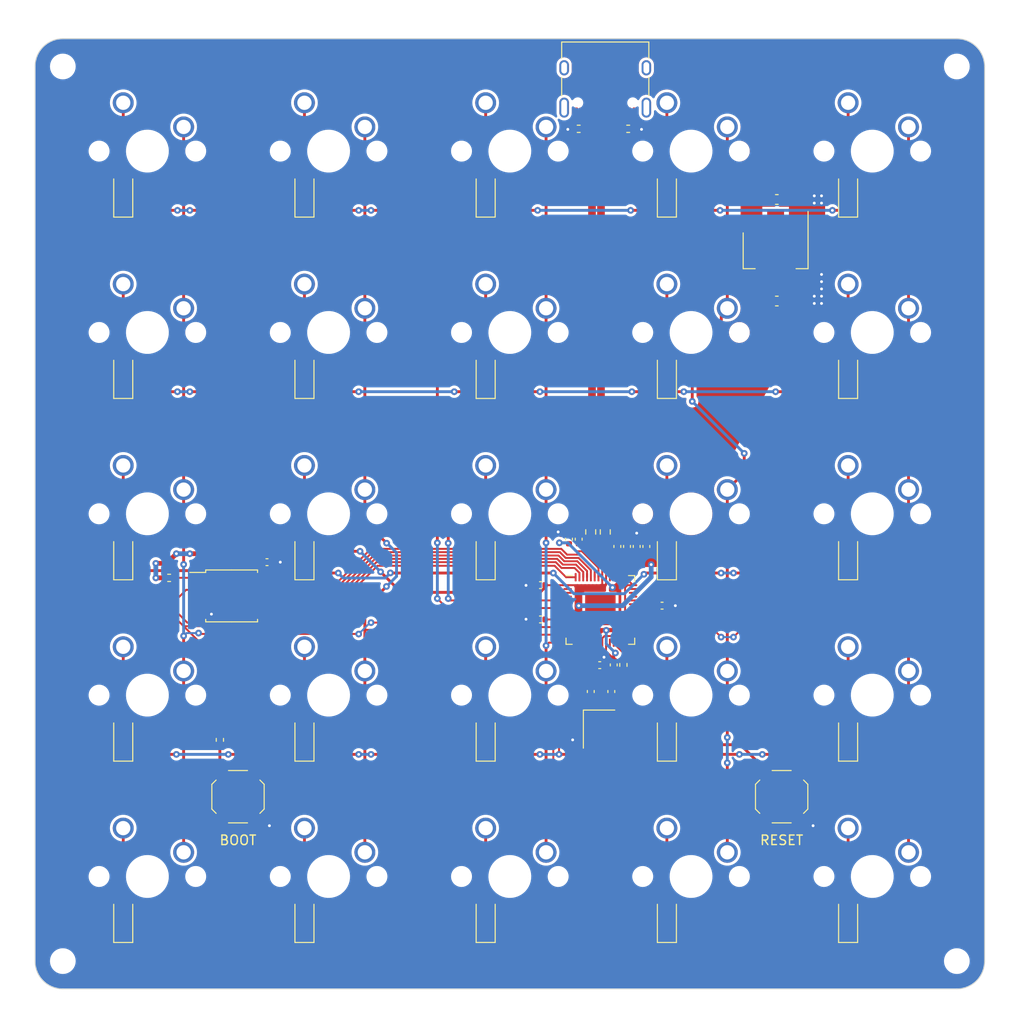
<source format=kicad_pcb>
(kicad_pcb (version 20221018) (generator pcbnew)
  (layers (0 "F.Cu" signal) (31 "B.Cu" power) (34 "B.Paste" user) (35 "F.Paste" user) (36 "B.SilkS" user "B.Silkscreen") (37 "F.SilkS" user "F.Silkscreen") (38 "B.Mask" user) (39 "F.Mask" user) (44 "Edge.Cuts" user))
  (net 0 "")
  (net 1 "+3V3")
  (net 2 "GND")
  (net 3 "+1V1")
  (net 4 "VBUS")
  (net 5 "/XIN")
  (net 6 "/XOUT")
  (net 7 "/ROW_0")
  (net 8 "Net-(D1-A)")
  (net 9 "Net-(D2-A)")
  (net 10 "Net-(D3-A)")
  (net 11 "Net-(D4-A)")
  (net 12 "Net-(D5-A)")
  (net 13 "/ROW_1")
  (net 14 "Net-(D6-A)")
  (net 15 "Net-(D7-A)")
  (net 16 "Net-(D8-A)")
  (net 17 "Net-(D9-A)")
  (net 18 "Net-(D10-A)")
  (net 19 "/ROW_2")
  (net 20 "Net-(D11-A)")
  (net 21 "Net-(D12-A)")
  (net 22 "Net-(D13-A)")
  (net 23 "Net-(D14-A)")
  (net 24 "Net-(D15-A)")
  (net 25 "/ROW_3")
  (net 26 "Net-(D16-A)")
  (net 27 "Net-(D17-A)")
  (net 28 "Net-(D18-A)")
  (net 29 "Net-(D19-A)")
  (net 30 "Net-(D20-A)")
  (net 31 "/ROW_4")
  (net 32 "Net-(D21-A)")
  (net 33 "Net-(D22-A)")
  (net 34 "Net-(D23-A)")
  (net 35 "Net-(D24-A)")
  (net 36 "Net-(D25-A)")
  (net 37 "Net-(J1-CC1)")
  (net 38 "/USB_D+")
  (net 39 "/USB_D-")
  (net 41 "Net-(J1-CC2)")
  (net 44 "Net-(U1-USB_DP)")
  (net 45 "Net-(U1-USB_DM)")
  (net 46 "Net-(SW26-B)")
  (net 47 "/~{USB_BOOT}")
  (net 48 "/COL_0")
  (net 49 "/COL_1")
  (net 50 "/COL_2")
  (net 51 "/COL_3")
  (net 52 "/COL_4")
  (net 75 "/QSPI_SD3")
  (net 76 "/QSPI_SCLK")
  (net 77 "/QSPI_SD0")
  (net 78 "/QSPI_SD2")
  (net 79 "/QSPI_SD1")
  (net 80 "/QSPI_SS")
  (footprint "Diode_SMD:D_SOD-123" (layer "F.Cu") (at 177.165 100.075 90)
    (fp_text reference "D11" hide)
    (fp_text value "D")
  )
  (footprint "Resistor_SMD:R_0402_1005Metric" (layer "F.Cu") (at 111.125 119.253 90)
    (fp_text reference "R7" hide)
    (fp_text value "1k")
  )
  (footprint "Capacitor_SMD:C_0402_1005Metric" (layer "F.Cu") (at 148.844 98.171 90)
    (fp_text reference "C1" hide)
    (fp_text value "100n")
  )
  (footprint "Diode_SMD:D_SOD-123" (layer "F.Cu") (at 120.015 138.176 90)
    (fp_text reference "D24" hide)
    (fp_text value "D")
  )
  (footprint "Capacitor_SMD:C_0402_1005Metric" (layer "F.Cu") (at 151.0564 111.4044)
    (fp_text reference "C7" hide)
    (fp_text value "100n")
  )
  (footprint "Diode_SMD:D_SOD-123" (layer "F.Cu") (at 177.165 61.976 90)
    (fp_text reference "D1" hide)
    (fp_text value "D")
  )
  (footprint "Diode_SMD:D_SOD-123" (layer "F.Cu") (at 158.115 61.975 90)
    (fp_text reference "D2" hide)
    (fp_text value "D")
  )
  (footprint "Capacitor_SMD:C_0402_1005Metric" (layer "F.Cu") (at 152.527 111.379 90)
    (fp_text reference "C8" hide)
    (fp_text value "100n")
  )
  (footprint "Package_SO:SOIC-8_5.23x5.23mm_P1.27mm" (layer "F.Cu") (at 112.359 104.129)
    (fp_text reference "U3" hide)
    (fp_text value "W25Q128JVS")
  )
  (footprint "Diode_SMD:D_SOD-123" (layer "F.Cu") (at 158.115 119.126 90)
    (fp_text reference "D17" hide)
    (fp_text value "D")
  )
  (footprint "Resistor_SMD:R_0402_1005Metric" (layer "F.Cu") (at 153.543 111.379 -90)
    (fp_text reference "R3" hide)
    (fp_text value "10k")
  )
  (footprint "Connector_USB:USB_C_Receptacle_XKB_U262-16XN-4BVC11" (layer "F.Cu") (at 151.636 49.727 180)
    (fp_text reference "J1" hide)
    (fp_text value "USB_C_Receptacle_USB2.0")
  )
  (footprint "Capacitor_SMD:C_0402_1005Metric" (layer "F.Cu") (at 150.114 114.173 90)
    (fp_text reference "C14" hide)
    (fp_text value "30p")
  )
  (footprint "Diode_SMD:D_SOD-123" (layer "F.Cu") (at 177.165 81.026 90)
    (fp_text reference "D6" hide)
    (fp_text value "D")
  )
  (footprint "Diode_SMD:D_SOD-123" (layer "F.Cu") (at 177.165 138.176 90)
    (fp_text reference "D21" hide)
    (fp_text value "D")
  )
  (footprint "MountingHole:MountingHole_2.2mm_M2" (layer "F.Cu") (at 188.595 142.494)
    (fp_text reference "H4" hide)
    (fp_text value "MountingHole")
  )
  (footprint "MountingHole:MountingHole_2.2mm_M2" (layer "F.Cu") (at 94.615 48.514)
    (fp_text reference "H1" hide)
    (fp_text value "MountingHole")
  )
  (footprint "Diode_SMD:D_SOD-123" (layer "F.Cu") (at 139.065 81.027 90)
    (fp_text reference "D8" hide)
    (fp_text value "D")
  )
  (footprint "Capacitor_SMD:C_0402_1005Metric" (layer "F.Cu") (at 155.956 98.933 90)
    (fp_text reference "C2" hide)
    (fp_text value "100n")
  )
  (footprint "Diode_SMD:D_SOD-123" (layer "F.Cu") (at 139.065 100.076 90)
    (fp_text reference "D13" hide)
    (fp_text value "D")
  )
  (footprint "Diode_SMD:D_SOD-123" (layer "F.Cu") (at 120.015 81.026 90)
    (fp_text reference "D9" hide)
    (fp_text value "D")
  )
  (footprint "Capacitor_SMD:C_0402_1005Metric" (layer "F.Cu") (at 152.273 114.173 90)
    (fp_text reference "C15" hide)
    (fp_text value "30p")
  )
  (footprint "Diode_SMD:D_SOD-123" (layer "F.Cu") (at 100.965 81.026 90)
    (fp_text reference "D10" hide)
    (fp_text value "D")
  )
  (footprint "MountingHole:MountingHole_2.2mm_M2" (layer "F.Cu") (at 94.615 142.494)
    (fp_text reference "H3" hide)
    (fp_text value "MountingHole")
  )
  (footprint "Diode_SMD:D_SOD-123" (layer "F.Cu") (at 139.065 119.126 90)
    (fp_text reference "D18" hide)
    (fp_text value "D")
  )
  (footprint "Diode_SMD:D_SOD-123" (layer "F.Cu") (at 158.115 138.176 90)
    (fp_text reference "D22" hide)
    (fp_text value "D")
  )
  (footprint "Capacitor_SMD:C_0402_1005Metric" (layer "F.Cu") (at 144.8308 106.604 180)
    (fp_text reference "C5" hide)
    (fp_text value "100n")
  )
  (footprint "Capacitor_SMD:C_0402_1005Metric" (layer "F.Cu") (at 157.607 105.156)
    (fp_text reference "C4" hide)
    (fp_text value "100n")
  )
  (footprint "Package_DFN_QFN:QFN-56-1EP_7x7mm_P0.4mm_EP3.2x3.2mm" (layer "F.Cu") (at 151.1215 105.604)
    (fp_text reference "U1" hide)
    (fp_text value "RP2040")
  )
  (footprint "Diode_SMD:D_SOD-123" (layer "F.Cu") (at 100.965 119.126 90)
    (fp_text reference "D20" hide)
    (fp_text value "D")
  )
  (footprint "Capacitor_SMD:C_0402_1005Metric" (layer "F.Cu") (at 144.8308 102.997 180)
    (fp_text reference "C6" hide)
    (fp_text value "100n")
  )
  (footprint "Package_TO_SOT_SMD:SOT-223-3_TabPin2" (layer "F.Cu") (at 169.545 67.843001 -90)
    (fp_text reference "U2" hide)
    (fp_text value "NCP1117-3.3_SOT223")
  )
  (footprint "MountingHole:MountingHole_2.2mm_M2" (layer "F.Cu") (at 188.595 48.514)
    (fp_text reference "H2" hide)
    (fp_text value "MountingHole")
  )
  (footprint "Diode_SMD:D_SOD-123" (layer "F.Cu") (at 177.165 119.126 90)
    (fp_text reference "D16" hide)
    (fp_text value "D")
  )
  (footprint "Crystal:Crystal_SMD_3225-4Pin_3.2x2.5mm" (layer "F.Cu") (at 150.984855 118.121629 -90)
    (fp_text reference "Y1" hide)
    (fp_text value "12MHz")
  )
  (footprint "Diode_SMD:D_SOD-123" (layer "F.Cu") (at 120.015 61.976 90)
    (fp_text reference "D4" hide)
    (fp_text value "D")
  )
  (footprint "Diode_SMD:D_SOD-123" (layer "F.Cu") (at 139.065 138.175 90)
    (fp_text reference "D23" hide)
    (fp_text value "D")
  )
  (footprint "Capacitor_SMD:C_0402_1005Metric" (layer "F.Cu") (at 152.908 98.933 90)
    (fp_text reference "C10" hide)
    (fp_text value "1u")
  )
  (footprint "Resistor_SMD:R_0402_1005Metric" (layer "F.Cu") (at 105.791 102.235 180)
    (fp_text reference "R6" hide)
    (fp_text value "DNP_10k")
  )
  (footprint "Resistor_SMD:R_0603_1608Metric" (layer "F.Cu") (at 150.108758 97.409 90)
    (fp_text reference "R1" hide)
    (fp_text value "27")
  )
  (footprint "Resistor_SMD:R_0402_1005Metric" (layer "F.Cu") (at 148.844 55.061 180)
    (fp_text reference "R5" hide)
    (fp_text value "5k1")
  )
  (footprint "Diode_SMD:D_SOD-123" (layer "F.Cu") (at 120.015 100.076 90)
    (fp_text reference "D14" hide)
    (fp_text value "D")
  )
  (footprint "Capacitor_SMD:C_0402_1005Metric" (layer "F.Cu") (at 147.828 98.171 90)
    (fp_text reference "C9" hide)
    (fp_text value "100n")
  )
  (footprint "Diode_SMD:D_SOD-123" (layer "F.Cu") (at 158.115 81.025 90)
    (fp_text reference "D7" hide)
    (fp_text value "D")
  )
  (footprint "Capacitor_SMD:C_0603_1608Metric" (layer "F.Cu") (at 169.672 62.484)
    (fp_text reference "C12" hide)
    (fp_text value "10u")
  )
  (footprint "Capacitor_SMD:C_0402_1005Metric" (layer "F.Cu") (at 116.078 100.584)
    (fp_text reference "C16" hide)
    (fp_text value "100n")
  )
  (footprint "Capacitor_SMD:C_0402_1005Metric" (layer "F.Cu") (at 154.94 98.933 90)
    (fp_text reference "C3" hide)
    (fp_text value "100n")
  )
  (footprint "Diode_SMD:D_SOD-123" (layer "F.Cu") (at 100.965 61.976 90)
    (fp_text reference "D5" hide)
    (fp_text value "D")
  )
  (footprint "Resistor_SMD:R_0603_1608Metric" (layer "F.Cu") (at 151.638 97.409 90)
    (fp_text reference "R2" hide)
    (fp_text value "27")
  )
  (footprint "Diode_SMD:D_SOD-123" (layer "F.Cu") (at 139.065 61.976 90)
    (fp_text reference "D3" hide)
    (fp_text value "D")
  )
  (footprint "Resistor_SMD:R_0402_1005Metric" (layer "F.Cu") (at 154.047001 55.061)
    (fp_text reference "R4" hide)
    (fp_text value "5k1")
  )
  (footprint "Diode_SMD:D_SOD-123" (layer "F.Cu") (at 100.965 100.076 90)
    (fp_text reference "D15" hide)
    (fp_text value "D")
  )
  (footprint "Button_Switch_SMD:SW_Push_1P1T_XKB_TS-1187A" (layer "F.Cu") (at 170.18 125.222 -90)
    (fp_text reference "SW26" hide)
    (fp_text value "SW_SPST")
  )
  (footprint "Button_Switch_SMD:SW_Push_1P1T_XKB_TS-1187A" (layer "F.Cu") (at 113.03 125.222 90)
    (fp_text reference "SW27" hide)
    (fp_text value "SW_SPST")
  )
  (footprint "Capacitor_SMD:C_0402_1005Metric" (layer "F.Cu") (at 153.924 98.933 90)
    (fp_text reference "C11" hide)
    (fp_text value "1u")
  )
  (footprint "Diode_SMD:D_SOD-123" (layer "F.Cu") (at 100.965 138.176 90)
    (fp_text reference "D25" hide)
    (fp_text value "D")
  )
  (footprint "Diode_SMD:D_SOD-123" (layer "F.Cu") (at 120.015 119.126 90)
    (fp_text reference "D19" hide)
    (fp_text value "D")
  )
  (footprint "Diode_SMD:D_SOD-123" (layer "F.Cu") (at 158.115 100.077 90)
    (fp_text reference "D12" hide)
    (fp_text value "D")
  )
  (footprint "Capacitor_SMD:C_0603_1608Metric" (layer "F.Cu") (at 169.672 73.152)
    (fp_text reference "C13" hide)
    (fp_text value "10u")
  )
  (footprint "Button_Switch_Keyboard:SW_Cherry_MX_1.00u_PCB_UPDATED_FOOTPRINT_RIGHT_PIN_ASSIGNMENT" (layer "B.Cu") (at 139.065 109.474 180)
    (fp_text reference "SW18" hide)
    (fp_text value "KEY_11_22")
  )
  (footprint "Button_Switch_Keyboard:SW_Cherry_MX_1.00u_PCB_UPDATED_FOOTPRINT_RIGHT_PIN_ASSIGNMENT" (layer "B.Cu") (at 100.965 52.324 180)
    (fp_text reference "SW5" hide)
    (fp_text value "KEY_4_03")
  )
  (footprint "Button_Switch_Keyboard:SW_Cherry_MX_1.00u_PCB_UPDATED_FOOTPRINT_RIGHT_PIN_ASSIGNMENT" (layer "B.Cu") (at 177.165 128.524 180)
    (fp_text reference "SW21" hide)
    (fp_text value "KEY_9_20")
  )
  (footprint "Button_Switch_Keyboard:SW_Cherry_MX_1.00u_PCB_UPDATED_FOOTPRINT_RIGHT_PIN_ASSIGNMENT" (layer "B.Cu") (at 100.965 109.474 180)
    (fp_text reference "SW20" hide)
    (fp_text value "KEY_4_03")
  )
  (footprint "Button_Switch_Keyboard:SW_Cherry_MX_1.00u_PCB_UPDATED_FOOTPRINT_RIGHT_PIN_ASSIGNMENT" (layer "B.Cu") (at 158.115 90.424 180)
    (fp_text reference "SW12" hide)
    (fp_text value "KEY_10_21")
  )
  (footprint "Button_Switch_Keyboard:SW_Cherry_MX_1.00u_PCB_UPDATED_FOOTPRINT_RIGHT_PIN_ASSIGNMENT" (layer "B.Cu") (at 100.965 128.524 180)
    (fp_text reference "SW25" hide)
    (fp_text value "KEY_4_03")
  )
  (footprint "Button_Switch_Keyboard:SW_Cherry_MX_1.00u_PCB_UPDATED_FOOTPRINT_RIGHT_PIN_ASSIGNMENT" (layer "B.Cu") (at 158.115 128.524 180)
    (fp_text reference "SW22" hide)
    (fp_text value "KEY_10_21")
  )
  (footprint "Button_Switch_Keyboard:SW_Cherry_MX_1.00u_PCB_UPDATED_FOOTPRINT_RIGHT_PIN_ASSIGNMENT" (layer "B.Cu") (at 100.965 90.424 180)
    (fp_text reference "SW15" hide)
    (fp_text value "KEY_4_03")
  )
  (footprint "Button_Switch_Keyboard:SW_Cherry_MX_1.00u_PCB_UPDATED_FOOTPRINT_RIGHT_PIN_ASSIGNMENT" (layer "B.Cu") (at 120.015 90.424 180)
    (fp_text reference "SW14" hide)
    (fp_text value "KEY_12_23")
  )
  (footprint "Button_Switch_Keyboard:SW_Cherry_MX_1.00u_PCB_UPDATED_FOOTPRINT_RIGHT_PIN_ASSIGNMENT" (layer "B.Cu") (at 100.965 71.374 180)
    (fp_text reference "SW10" hide)
    (fp_text value "KEY_4_03")
  )
  (footprint "Button_Switch_Keyboard:SW_Cherry_MX_1.00u_PCB_UPDATED_FOOTPRINT_RIGHT_PIN_ASSIGNMENT" (layer "B.Cu") (at 177.165 71.374 180)
    (fp_text reference "SW6" hide)
    (fp_text value "KEY_5_10")
  )
  (footprint "Button_Switch_Keyboard:SW_Cherry_MX_1.00u_PCB_UPDATED_FOOTPRINT_RIGHT_PIN_ASSIGNMENT" (layer "B.Cu") (at 158.115 109.474 180)
    (fp_text reference "SW17" hide)
    (fp_text value "KEY_10_21")
  )
  (footprint "Button_Switch_Keyboard:SW_Cherry_MX_1.00u_PCB_UPDATED_FOOTPRINT_RIGHT_PIN_ASSIGNMENT" (layer "B.Cu") (at 120.015 71.374 180)
    (fp_text reference "SW9" hide)
    (fp_text value "KEY_8_13")
  )
  (footprint "Button_Switch_Keyboard:SW_Cherry_MX_1.00u_PCB_UPDATED_FOOTPRINT_RIGHT_PIN_ASSIGNMENT" (layer "B.Cu") (at 158.115 52.324 180)
    (fp_text reference "SW2" hide)
    (fp_text value "KEY_2_01")
  )
  (footprint "Button_Switch_Keyboard:SW_Cherry_MX_1.00u_PCB_UPDATED_FOOTPRINT_RIGHT_PIN_ASSIGNMENT" (layer "B.Cu") (at 139.065 90.424 180)
    (fp_text reference "SW13" hide)
    (fp_text value "KEY_11_22")
  )
  (footprint "Button_Switch_Keyboard:SW_Cherry_MX_1.00u_PCB_UPDATED_FOOTPRINT_RIGHT_PIN_ASSIGNMENT" (layer "B.Cu") (at 177.165 109.474 180)
    (fp_text reference "SW16" hide)
    (fp_text value "KEY_9_20")
  )
  (footprint "Button_Switch_Keyboard:SW_Cherry_MX_1.00u_PCB_UPDATED_FOOTPRINT_RIGHT_PIN_ASSIGNMENT" (layer "B.Cu") (at 120.015 52.324 180)
    (fp_text reference "SW4" hide)
    (fp_text value "KEY_4_03")
  )
  (footprint "Button_Switch_Keyboard:SW_Cherry_MX_1.00u_PCB_UPDATED_FOOTPRINT_RIGHT_PIN_ASSIGNMENT" (layer "B.Cu") (at 139.065 52.324 180)
    (fp_text reference "SW3" hide)
    (fp_text value "KEY_3_02")
  )
  (footprint "Button_Switch_Keyboard:SW_Cherry_MX_1.00u_PCB_UPDATED_FOOTPRINT_RIGHT_PIN_ASSIGNMENT" (layer "B.Cu") (at 158.115 71.374 180)
    (fp_text reference "SW7" hide)
    (fp_text value "KEY_6_11")
  )
  (footprint "Button_Switch_Keyboard:SW_Cherry_MX_1.00u_PCB_UPDATED_FOOTPRINT_RIGHT_PIN_ASSIGNMENT" (layer "B.Cu") (at 177.165 90.424 180)
    (fp_text reference "SW11" hide)
    (fp_text value "KEY_9_20")
  )
  (footprint "Button_Switch_Keyboard:SW_Cherry_MX_1.00u_PCB_UPDATED_FOOTPRINT_RIGHT_PIN_ASSIGNMENT" (layer "B.Cu") (at 139.065 128.524 180)
    (fp_text reference "SW23" hide)
    (fp_text value "KEY_11_22")
  )
  (footprint "Button_Switch_Keyboard:SW_Cherry_MX_1.00u_PCB_UPDATED_FOOTPRINT_RIGHT_PIN_ASSIGNMENT" (layer "B.Cu") (at 139.065 71.374 180)
    (fp_text reference "SW8" hide)
    (fp_text value "KEY_7_12")
  )
  (footprint "Button_Switch_Keyboard:SW_Cherry_MX_1.00u_PCB_UPDATED_FOOTPRINT_RIGHT_PIN_ASSIGNMENT" (layer "B.Cu") (at 120.015 109.474 180)
    (fp_text reference "SW19" hide)
    (fp_text value "KEY_12_23")
  )
  (footprint "Button_Switch_Keyboard:SW_Cherry_MX_1.00u_PCB_UPDATED_FOOTPRINT_RIGHT_PIN_ASSIGNMENT" (layer "B.Cu") (at 120.015 128.524 180)
    (fp_text reference "SW24" hide)
    (fp_text value "KEY_12_23")
  )
  (footprint "Button_Switch_Keyboard:SW_Cherry_MX_1.00u_PCB_UPDATED_FOOTPRINT_RIGHT_PIN_ASSIGNMENT" (layer "B.Cu") (at 177.165 52.324 180)
    (fp_text reference "SW1" hide)
    (fp_text value "KEY_1_00")
  )
  (gr_line (start 188.595 145.415) (end 94.615 145.415) (stroke (width 0.1)) (layer "Edge.Cuts"))
  (gr_arc (start 94.615 145.415) (mid 92.549541 144.559459) (end 91.694 142.494) (stroke (width 0.1)) (layer "Edge.Cuts"))
  (gr_line (start 91.694 142.494) (end 91.694 48.514) (stroke (width 0.1)) (layer "Edge.Cuts"))
  (gr_line (start 191.516 48.514) (end 191.516 142.494) (stroke (width 0.1)) (layer "Edge.Cuts"))
  (gr_arc (start 91.694 48.514) (mid 92.549541 46.448541) (end 94.615 45.593) (stroke (width 0.1)) (layer "Edge.Cuts"))
  (gr_arc (start 188.595 45.593) (mid 190.660459 46.448541) (end 191.516 48.514) (stroke (width 0.1)) (layer "Edge.Cuts"))
  (gr_line (start 94.615 45.593) (end 188.595 45.593) (stroke (width 0.1)) (layer "Edge.Cuts"))
  (gr_arc (start 191.516 142.494) (mid 190.660459 144.559459) (end 188.595 145.415) (stroke (width 0.1)) (layer "Edge.Cuts"))
  (gr_text "BOOT" (at 113.03 129.794) (layer "F.SilkS") (effects (font (size 1 1))))
  (gr_text "RESET" (at 170.18 129.794) (layer "F.SilkS") (effects (font (size 1 1))))
  (segment (start 151.181745 100.942912) (end 151.3215 101.082667) (width 0.2) (layer "F.Cu") (net 1))
  (segment (start 115.598 101.863) (end 115.959 102.224) (width 0.5) (layer "F.Cu") (net 1))
  (segment (start 151.7215 102.1665) (end 151.7215 101.482667) (width 0.2) (layer "F.Cu") (net 1))
  (segment (start 154.0508 106.604) (end 153.7208 106.274) (width 0.2) (layer "F.Cu") (net 1))
  (segment (start 154.559 106.604) (end 155.679 106.604) (width 0.2) (layer "F.Cu") (net 1))
  (segment (start 115.598 100.584) (end 115.598 101.863) (width 0.5) (layer "F.Cu") (net 1))
  (segment (start 115.598 100.104) (end 115.598 100.584) (width 0.5) (layer "F.Cu") (net 1))
  (segment (start 151.3215 102.1665) (end 151.3215 103.3643) (width 0.2) (layer "F.Cu") (net 1))
  (segment (start 154.559 103.004) (end 154.178 102.623) (width 0.2) (layer "F.Cu") (net 1))
  (segment (start 153.7215 100.6315) (end 154.94 99.413) (width 0.2) (layer "F.Cu") (net 1))
  (segment (start 144.78 103.759) (end 130.175 103.759) (width 0.3) (layer "F.Cu") (net 1))
  (segment (start 147.684 103.004) (end 148.724 103.004) (width 0.2) (layer "F.Cu") (net 1))
  (segment (start 155.679 106.604) (end 157.127 105.156) (width 0.2) (layer "F.Cu") (net 1))
  (segment (start 150.5764 111.4044) (end 150.5764 110.649574) (width 0.2) (layer "F.Cu") (net 1))
  (segment (start 153.6954 108.077) (end 153.6954 106.9594) (width 0.2) (layer "F.Cu") (net 1))
  (segment (start 151.7215 101.482667) (end 151.181745 100.942912) (width 0.2) (layer "F.Cu") (net 1))
  (segment (start 154.0508 106.604) (end 154.559 106.604) (width 0.2) (layer "F.Cu") (net 1))
  (segment (start 145.3108 102.997) (end 145.3108 103.2282) (width 0.3) (layer "F.Cu") (net 1))
  (segment (start 116.459 99.441) (end 115.598 100.302) (width 0.3) (layer "F.Cu") (net 1))
  (segment (start 145.3108 103.2282) (end 144.78 103.759) (width 0.3) (layer "F.Cu") (net 1))
  (segment (start 147.684 106.604) (end 148.92 106.604) (width 0.2) (layer "F.Cu") (net 1))
  (segment (start 153.7208 103.251) (end 153.9678 103.004) (width 0.2) (layer "F.Cu") (net 1))
  (segment (start 104.394 100.711) (end 105.537 100.711) (width 0.5) (layer "F.Cu") (net 1))
  (segment (start 125.857 99.441) (end 116.459 99.441) (width 0.3) (layer "F.Cu") (net 1))
  (segment (start 151.3215 108.579736) (end 151.554435 108.3468) (width 0.2) (layer "F.Cu") (net 1))
  (segment (start 105.281 102.235) (end 104.394 102.235) (width 0.5) (layer "F.Cu") (net 1))
  (segment (start 151.554435 108.3468) (end 153.4256 108.3468) (width 0.2) (layer "F.Cu") (net 1))
  (segment (start 152.9608 112.4712) (end 151.0792 112.4712) (width 0.3) (layer "F.Cu") (net 1))
  (segment (start 151.0792 112.4712) (end 150.5764 111.9684) (width 0.3) (layer "F.Cu") (net 1))
  (segment (start 151.3215 109.904474) (end 151.3215 109.0415) (width 0.2) (layer "F.Cu") (net 1))
  (segment (start 153.3215 102.1665) (end 153.3215 100.0155) (width 0.2) (layer "F.Cu") (net 1))
  (segment (start 150.5764 110.649574) (end 151.3215 109.904474) (width 0.2) (layer "F.Cu") (net 1))
  (segment (start 151.7215 102.1665) (end 151.7215 102.9643) (width 0.2) (layer "F.Cu") (net 1))
  (segment (start 147.684 103.004) (end 145.3178 103.004) (width 0.2) (layer "F.Cu") (net 1))
  (segment (start 154.178 102.623) (end 154.178 101.191) (width 0.2) (layer "F.Cu") (net 1))
  (segment (start 115.598 100.302) (end 115.598 100.584) (width 0.3) (layer "F.Cu") (net 1))
  (segment (start 148.889833 98.651) (end 151.181745 100.942912) (width 0.2) (layer "F.Cu") (net 1))
  (segment (start 153.6954 106.9594) (end 154.0508 106.604) (width 0.2) (layer "F.Cu") (net 1))
  (segment (start 153.9678 103.004) (end 154.559 103.004) (width 0.2) (layer "F.Cu") (net 1))
  (segment (start 153.3215 100.0155) (end 153.924 99.413) (width 0.2) (layer "F.Cu") (net 1))
  (segment (start 145.3108 106.604) (end 147.684 106.604) (width 0.2) (layer "F.Cu") (net 1))
  (segment (start 153.543 111.889) (end 152.9608 112.4712) (width 0.3) (layer "F.Cu") (net 1))
  (segment (start 151.3215 101.082667) (end 151.3215 102.1665) (width 0.2) (layer "F.Cu") (net 1))
  (segment (start 153.7208 106.274) (end 153.7208 103.251) (width 0.2) (layer "F.Cu") (net 1))
  (segment (start 154.178 101.191) (end 155.956 99.413) (width 0.2) (layer "F.Cu") (net 1))
  (segment (start 148.844 98.651) (end 148.889833 98.651) (width 0.2) (layer "F.Cu") (net 1))
  (segment (start 151.3215 109.0415) (end 151.3215 108.579736) (width 0.2) (layer "F.Cu") (net 1))
  (segment (start 150.5764 111.9684) (end 150.5764 111.4044) (width 0.3) (layer "F.Cu") (net 1))
  (segment (start 153.4256 108.3468) (end 153.6954 108.077) (width 0.2) (layer "F.Cu") (net 1))
  (segment (start 153.7215 102.1665) (end 153.7215 100.6315) (width 0.2) (layer "F.Cu") (net 1))
  (segment (start 151.7215 102.9643) (end 151.3215 103.3643) (width 0.2) (layer "F.Cu") (net 1))
  (segment (start 105.537 100.711) (end 106.553 99.695) (width 0.5) (layer "F.Cu") (net 1))
  (segment (start 145.3178 103.004) (end 145.3108 102.997) (width 0.2) (layer "F.Cu") (net 1))
  (segment (start 107.9645 99.695) (end 115.189 99.695) (width 0.5) (layer "F.Cu") (net 1))
  (segment (start 115.189 99.695) (end 115.598 100.104) (width 0.5) (layer "F.Cu") (net 1))
  (segment (start 130.175 103.759) (end 128.016 101.6) (width 0.3) (layer "F.Cu") (net 1))
  (via (at 104.394 102.235) (size 0.7) (drill 0.3) (layers "F.Cu" "B.Cu") (net 1))
  (via (at 106.553 99.695) (size 0.7) (drill 0.3) (layers "F.Cu" "B.Cu") (net 1))
  (via (at 125.857 99.441) (size 0.7) (drill 0.3) (layers "F.Cu" "B.Cu") (net 1))
  (via (at 156.464 100.838) (size 0.7) (drill 0.3) (layers "F.Cu" "B.Cu") (net 1))
  (via (at 104.394 100.711) (size 0.7) (drill 0.3) (layers "F.Cu" "B.Cu") (net 1))
  (via (at 148.844 105.156) (size 0.7) (drill 0.3) (layers "F.Cu" "B.Cu") (net 1))
  (via (at 107.9645 99.695) (size 0.7) (drill 0.3) (layers "F.Cu" "B.Cu") (net 1))
  (via (at 128.016 101.6) (size 0.7) (drill 0.3) (layers "F.Cu" "B.Cu") (net 1))
  (segment (start 156.464 100.838) (end 156.464 102.152661) (width 0.5) (layer "B.Cu") (net 1))
  (segment (start 128.016 101.6) (end 125.857 99.441) (width 0.3) (layer "B.Cu") (net 1))
  (segment (start 153.460661 105.156) (end 148.844 105.156) (width 0.5) (layer "B.Cu") (net 1))
  (segment (start 156.464 102.152661) (end 153.460661 105.156) (width 0.5) (layer "B.Cu") (net 1))
  (segment (start 106.553 99.695) (end 107.9645 99.695) (width 0.5) (layer "B.Cu") (net 1))
  (segment (start 104.394 102.235) (end 104.394 100.711) (width 0.5) (layer "B.Cu") (net 1))
  (segment (start 116.284 128.222) (end 116.332 128.27) (width 0.5) (layer "F.Cu") (net 2))
  (segment (start 150.1215 109.0415) (end 150.1215 108.3385) (width 0.2) (layer "F.Cu") (net 2))
  (segment (start 154.94 98.453) (end 155.956 98.453) (width 0.5) (layer "F.Cu") (net 2))
  (segment (start 154.686 53.397) (end 154.986 53.397) (width 0.3) (layer "F.Cu") (net 2))
  (segment (start 114.905 122.222) (end 114.905 128.222) (width 0.5) (layer "F.Cu") (net 2))
  (segment (start 151.834855 117.532145) (end 151.834855 117.021629) (width 0.5) (layer "F.Cu") (net 2))
  (segment (start 108.759 106.034) (end 110.225 106.034) (width 0.5) (layer "F.Cu") (net 2))
  (segment (start 149.098 114.173) (end 149.098 118.184774) (width 0.5) (layer "F.Cu") (net 2))
  (segment (start 143.3324 106.604) (end 143.3068 106.5784) (width 0.5) (layer "F.Cu") (net 2))
  (segment (start 116.558 100.584) (end 117.475 100.584) (width 0.5) (layer "F.Cu") (net 2))
  (segment (start 150.114 107.95) (end 150.114 106.6115) (width 0.5) (layer "F.Cu") (net 2))
  (segment (start 147.758 55.061) (end 147.701 55.118) (width 0.5) (layer "F.Cu") (net 2))
  (segment (start 151.864 113.693) (end 152.273 113.693) (width 0.5) (layer "F.Cu") (net 2))
  (segment (start 151.384 116.570774) (end 151.384 114.173) (width 0.5) (layer "F.Cu") (net 2))
  (segment (start 144.3508 102.997) (end 143.3322 102.997) (width 0.5) (layer "F.Cu") (net 2))
  (segment (start 143.3322 102.997) (end 143.3068 103.0224) (width 0.5) (layer "F.Cu") (net 2))
  (segment (start 114.905 128.222) (end 116.284 128.222) (width 0.5) (layer "F.Cu") (net 2))
  (segment (start 151.5364 111.4044) (end 151.991 111.859) (width 0.5) (layer "F.Cu") (net 2))
  (segment (start 152.908 98.453) (end 153.924 98.453) (width 0.5) (layer "F.Cu") (net 2))
  (segment (start 146.685 97.409) (end 146.967 97.691) (width 0.5) (layer "F.Cu") (net 2))
  (segment (start 154.686 53.397) (end 154.686 54.932001) (width 0.3) (layer "F.Cu") (net 2))
  (segment (start 150.1215 108.3385) (end 150.114 108.331) (width 0.2) (layer "F.Cu") (net 2))
  (segment (start 150.834855 118.121629) (end 151.245371 118.121629) (width 0.5) (layer "F.Cu") (net 2))
  (segment (start 151.245371 118.121629) (end 151.834855 117.532145) (width 0.5) (layer "F.Cu") (net 2))
  (segment (start 148.286 53.397) (end 148.286 55.013) (width 0.3) (layer "F.Cu") (net 2))
  (segment (start 149.098 118.184774) (end 150.134855 119.221629) (width 0.5) (layer "F.Cu") (net 2))
  (segment (start 172.055 128.222) (end 173.434 128.222) (width 0.5) (layer "F.Cu") (net 2))
  (segment (start 150.114 113.693) (end 149.578 113.693) (width 0.5) (layer "F.Cu") (net 2))
  (segment (start 148.334 55.061) (end 147.758 55.061) (width 0.5) (layer "F.Cu") (net 2))
  (segment (start 151.5364 110.601222) (end 151.5364 111.4044) (width 0.5) (layer "F.Cu") (net 2))
  (segment (start 148.586 53.397) (end 148.286 53.397) (width 0.3) (layer "F.Cu") (net 2))
  (segment (start 151.384 114.173) (end 151.864 113.693) (width 0.5) (layer "F.Cu") (net 2))
  (segment (start 173.434 128.222) (end 173.482 128.27) (width 0.5) (layer "F.Cu") (net 2))
  (segment (start 151.991 111.859) (end 152.527 111.859) (width 0.5) (layer "F.Cu") (net 2))
  (segment (start 144.3508 106.604) (end 143.3324 106.604) (width 0.5) (layer "F.Cu") (net 2))
  (segment (start 148.240371 119.221629) (end 148.209 119.253) (width 0.5) (layer "F.Cu") (net 2))
  (segment (start 150.134855 119.221629) (end 148.240371 119.221629) (width 0.5) (layer "F.Cu") (net 2))
  (segment (start 150.114 106.6115) (end 151.1215 105.604) (width 0.5) (layer "F.Cu") (net 2))
  (segment (start 150.134855 118.821629) (end 150.834855 118.121629) (width 0.5) (layer "F.Cu") (net 2))
  (segment (start 172.055 122.222) (end 172.055 128.222) (width 0.5) (layer "F.Cu") (net 2))
  (segment (start 155.391 55.061) (end 155.448 55.118) (width 0.3) (layer "F.Cu") (net 2))
  (segment (start 151.834855 117.021629) (end 151.384 116.570774) (width 0.5) (layer "F.Cu") (net 2))
  (segment (start 150.114 108.331) (end 150.114 107.95) (width 0.3) (layer "F.Cu") (net 2))
  (segment (start 172.135001 64.693001) (end 171.845 64.693001) (width 0.5) (layer "F.Cu") (net 2))
  (segment (start 151.504487 110.569309) (end 151.5364 110.601222) (width 0.5) (layer "F.Cu") (net 2))
  (segment (start 154.557001 55.061) (end 155.391 55.061) (width 0.3) (layer "F.Cu") (net 2))
  (segment (start 158.087 105.156) (end 159.004 105.156) (width 0.5) (layer "F.Cu") (net 2))
  (segment (start 148.286 55.013) (end 148.334 55.061) (width 0.3) (layer "F.Cu") (net 2))
  (segment (start 153.924 98.453) (end 154.94 98.453) (width 0.5) (layer "F.Cu") (net 2))
  (segment (start 154.94 97.536) (end 154.94 98.453) (width 0.5) (layer "F.Cu") (net 2))
  (segment (start 146.967 97.691) (end 147.828 97.691) (width 0.5) (layer "F.Cu") (net 2))
  (segment (start 150.1215 109.619551) (end 149.225 110.516051) (width 0.2) (layer "F.Cu") (net 2))
  (segment (start 149.578 113.693) (end 149.098 114.173) (width 0.5) (layer "F.Cu") (net 2))
  (segment (start 154.686 54.932001) (end 154.557001 55.061) (width 0.3) (layer "F.Cu") (net 2))
  (segment (start 149.225 112.804) (end 150.114 113.693) (width 0.2) (layer "F.Cu") (net 2))
  (segment (start 150.1215 106.604) (end 151.1215 105.604) (width 0.2) (layer "F.Cu") (net 2))
  (segment (start 149.225 110.516051) (end 149.225 112.804) (width 0.2) (layer "F.Cu") (net 2))
  (segment (start 150.134855 119.221629) (end 150.134855 118.821629) (width 0.5) (layer "F.Cu") (net 2))
  (segment (start 147.828 97.691) (end 148.844 97.691) (width 0.5) (layer "F.Cu") (net 2))
  (segment (start 150.1215 109.0415) (end 150.1215 109.619551) (width 0.2) (layer "F.Cu") (net 2))
  (segment (start 110.225 106.034) (end 110.236 106.045) (width 0.5) (layer "F.Cu") (net 2))
  (via (at 155.448 55.118) (size 0.7) (drill 0.3) (layers "F.Cu" "B.Cu") (net 2))
  (via (at 173.609 73.406) (size 0.7) (drill 0.3) (layers "F.Cu" "B.Cu") (net 2))
  (via (at 174.371 70.358) (size 0.7) (drill 0.3) (layers "F.Cu" "B.Cu") (net 2))
  (via (at 173.609 62.103) (size 0.7) (drill 0.3) (layers "F.Cu" "B.Cu") (net 2))
  (via (at 117.475 100.584) (size 0.7) (drill 0.3) (layers "F.Cu" "B.Cu") (net 2))
  (via (at 174.371 62.865) (size 0.7) (drill 0.3) (layers "F.Cu" "B.Cu") (net 2))
  (via (at 147.701 55.118) (size 0.7) (drill 0.3) (layers "F.Cu" "B.Cu") (net 2))
  (via (at 146.685 97.409) (size 0.7) (drill 0.3) (layers "F.Cu" "B.Cu") (net 2))
  (via (at 151.504487 110.569309) (size 0.7) (drill 0.3) (layers "F.Cu" "B.Cu") (net 2))
  (via (at 173.609 62.865) (size 0.7) (drill 0.3) (layers "F.Cu" "B.Cu") (net 2))
  (via (at 143.3068 106.5784) (size 0.7) (drill 0.3) (layers "F.Cu" "B.Cu") (net 2))
  (via (at 148.209 119.253) (size 0.7) (drill 0.3) (layers "F.Cu" "B.Cu") (net 2))
  (via (at 174.371 73.406) (size 0.7) (drill 0.3) (layers "F.Cu" "B.Cu") (net 2))
  (via (at 154.94 97.536) (size 0.7) (drill 0.3) (layers "F.Cu" "B.Cu") (net 2))
  (via (at 143.3068 103.0224) (size 0.7) (drill 0.3) (layers "F.Cu" "B.Cu") (net 2))
  (via (at 174.371 71.882) (size 0.7) (drill 0.3) (layers "F.Cu" "B.Cu") (net 2))
  (via (at 174.371 62.103) (size 0.7) (drill 0.3) (layers "F.Cu" "B.Cu") (net 2))
  (via (at 110.236 106.045) (size 0.7) (drill 0.3) (layers "F.Cu" "B.Cu") (net 2))
  (via (at 173.482 128.27) (size 0.7) (drill 0.3) (layers "F.Cu" "B.Cu") (net 2))
  (via (at 173.609 72.644) (size 0.7) (drill 0.3) (layers "F.Cu" "B.Cu") (net 2))
  (via (at 159.004 105.156) (size 0.7) (drill 0.3) (layers "F.Cu" "B.Cu") (net 2))
  (via (at 174.371 72.644) (size 0.7) (drill 0.3) (layers "F.Cu" "B.Cu") (net 2))
  (via (at 116.332 128.27) (size 0.7) (drill 0.3) (layers "F.Cu" "B.Cu") (net 2))
  (via (at 174.371 71.12) (size 0.7) (drill 0.3) (layers "F.Cu" "B.Cu") (net 2))
  (segment (start 152.9215 102.7295) (end 152.4 103.251) (width 0.2) (layer "F.Cu") (net 3))
  (segment (start 149.184859 99.441) (end 150.9215 101.177641) (width 0.2) (layer "F.Cu") (net 3))
  (segment (start 152.527 110.899) (end 152.527 110.744) (width 0.2) (layer "F.Cu") (net 3))
  (segment (start 152.9215 99.4265) (end 152.908 99.413) (width 0.2) (layer "F.Cu") (net 3))
  (segment (start 152.527 110.304181) (end 152.527 110.899) (width 0.3) (layer "F.Cu") (net 3))
  (segment (start 151.7215 109.9385) (end 151.7215 109.0415) (width 0.2) (layer "F.Cu") (net 3))
  (segment (start 152.9215 102.1665) (end 152.9215 99.4265) (width 0.2) (layer "F.Cu") (net 3))
  (segment (start 146.812 98.552) (end 147.729 98.552) (width 0.3) (layer "F.Cu") (net 3))
  (segment (start 150.9215 101.177641) (end 150.9215 102.1665) (width 0.2) (layer "F.Cu") (net 3))
  (segment (start 152.9215 102.1665) (end 152.9215 102.7295) (width 0.2) (layer "F.Cu") (net 3))
  (segment (start 152.700797 110.130384) (end 152.527 110.304181) (width 0.3) (layer "F.Cu") (net 3))
  (segment (start 147.828 98.651) (end 148.618 99.441) (width 0.2) (layer "F.Cu") (net 3))
  (segment (start 148.618 99.441) (end 149.184859 99.441) (width 0.2) (layer "F.Cu") (net 3))
  (segment (start 147.729 98.552) (end 147.828 98.651) (width 0.2) (layer "F.Cu") (net 3))
  (segment (start 152.527 110.744) (end 151.7215 109.9385) (width 0.2) (layer "F.Cu") (net 3))
  (via (at 146.812 98.552) (size 0.7) (drill 0.3) (layers "F.Cu" "B.Cu") (net 3))
  (via (at 152.700797 110.130384) (size 0.7) (drill 0.3) (layers "F.Cu" "B.Cu") (net 3))
  (via (at 152.4 103.251) (size 0.7) (drill 0.3) (layers "F.Cu" "B.Cu") (net 3))
  (via (at 151.7396 107.7468) (size 0.7) (drill 0.3) (layers "F.Cu" "B.Cu") (net 3))
  (segment (start 152.4 103.251) (end 147.701 98.552) (width 0.3) (layer "B.Cu") (net 3))
  (segment (start 151.7396 109.169187) (end 151.7396 107.7468) (width 0.3) (layer "B.Cu") (net 3))
  (segment (start 152.700797 110.130384) (end 151.7396 109.169187) (width 0.3) (layer "B.Cu") (net 3))
  (segment (start 147.701 98.552) (end 146.812 98.552) (width 0.3) (layer "B.Cu") (net 3))
  (segment (start 151.638 50.465305) (end 149.386 52.717305) (width 0.3) (layer "F.Cu") (net 4))
  (segment (start 153.886 52.717305) (end 151.638 50.469305) (width 0.3) (layer "F.Cu") (net 4))
  (segment (start 149.386 52.717305) (end 149.386 53.397) (width 0.3) (layer "F.Cu") (net 4))
  (segment (start 151.638 50.469305) (end 151.638 50.465305) (width 0.3) (layer "F.Cu") (net 4))
  (segment (start 153.886 53.397) (end 154.186 53.397) (width 0.3) (layer "F.Cu") (net 4))
  (segment (start 149.086 53.397) (end 149.386 53.397) (width 0.3) (layer "F.Cu") (net 4))
  (segment (start 153.886 53.397) (end 153.886 52.717305) (width 0.3) (layer "F.Cu") (net 4))
  (segment (start 150.114 114.653) (end 150.134855 114.673855) (width 0.2) (layer "F.Cu") (net 5))
  (segment (start 150.134855 114.673855) (end 150.134855 117.021629) (width 0.3) (layer "F.Cu") (net 5))
  (segment (start 150.78 113.442) (end 150.78 113.987) (width 0.2) (layer "F.Cu") (net 5))
  (segment (start 150.5215 109.714526) (end 149.575 110.661026) (width 0.2) (layer "F.Cu") (net 5))
  (segment (start 150.5215 109.0415) (end 150.5215 109.714526) (width 0.2) (layer "F.Cu") (net 5))
  (segment (start 149.575 110.661026) (end 149.575 112.237) (width 0.2) (layer "F.Cu") (net 5))
  (segment (start 150.78 113.987) (end 150.114 114.653) (width 0.2) (layer "F.Cu") (net 5))
  (segment (start 149.575 112.237) (end 150.78 113.442) (width 0.2) (layer "F.Cu") (net 5))
  (segment (start 149.925 111.952) (end 150.876 112.903) (width 0.2) (layer "F.Cu") (net 6))
  (segment (start 150.876 112.903) (end 152.654 112.903) (width 0.2) (layer "F.Cu") (net 6))
  (segment (start 153.035 113.284) (end 153.035 114.173) (width 0.2) (layer "F.Cu") (net 6))
  (segment (start 149.925 110.806) (end 149.925 111.952) (width 0.2) (layer "F.Cu") (net 6))
  (segment (start 152.908 118.148484) (end 151.834855 119.221629) (width 0.2) (layer "F.Cu") (net 6))
  (segment (start 152.908 115.288) (end 152.908 118.148484) (width 0.2) (layer "F.Cu") (net 6))
  (segment (start 150.9215 109.0415) (end 150.9215 109.8095) (width 0.2) (layer "F.Cu") (net 6))
  (segment (start 152.555 114.653) (end 152.273 114.653) (width 0.2) (layer "F.Cu") (net 6))
  (segment (start 152.654 112.903) (end 153.035 113.284) (width 0.2) (layer "F.Cu") (net 6))
  (segment (start 153.035 114.173) (end 152.555 114.653) (width 0.2) (layer "F.Cu") (net 6))
  (segment (start 152.273 114.653) (end 152.908 115.288) (width 0.2) (layer "F.Cu") (net 6))
  (segment (start 150.9215 109.8095) (end 149.925 110.806) (width 0.2) (layer "F.Cu") (net 6))
  (segment (start 133.985 104.4085) (end 134.9805 105.404) (width 0.2) (layer "F.Cu") (net 7))
  (segment (start 125.7145 63.626) (end 125.7155 63.627) (width 0.3) (layer "F.Cu") (net 7))
  (segment (start 127.0145 63.627) (end 139.064 63.627) (width 0.3) (layer "F.Cu") (net 7))
  (segment (start 177.164 63.627) (end 177.165 63.626) (width 0.3) (layer "F.Cu") (net 7))
  (segment (start 100.965 63.626) (end 106.6645 63.626) (width 0.3) (layer "F.Cu") (net 7))
  (segment (start 120.014 63.627) (end 120.015 63.626) (width 0.3) (layer "F.Cu") (net 7))
  (segment (start 154.305 63.627) (end 158.113 63.627) (width 0.3) (layer "F.Cu") (net 7))
  (segment (start 139.064 63.627) (end 139.065 63.626) (width 0.3) (layer "F.Cu") (net 7))
  (segment (start 106.6645 63.626) (end 106.6655 63.627) (width 0.3) (layer "F.Cu") (net 7))
  (segment (start 158.113 63.627) (end 158.115 63.625) (width 0.3) (layer "F.Cu") (net 7))
  (segment (start 163.703 63.627) (end 163.701 63.625) (width 0.3) (layer "F.Cu") (net 7))
  (segment (start 163.701 63.625) (end 158.115 63.625) (width 0.3) (layer "F.Cu") (net 7))
  (segment (start 175.514 63.627) (end 177.164 63.627) (width 0.3) (layer "F.Cu") (net 7))
  (segment (start 120.015 63.626) (end 125.7145 63.626) (width 0.3) (layer "F.Cu") (net 7))
  (segment (start 134.9805 105.404) (end 147.684 105.404) (width 0.2) (layer "F.Cu") (net 7))
  (segment (start 107.9645 63.627) (end 120.014 63.627) (width 0.3) (layer "F.Cu") (net 7))
  (segment (start 144.526 63.626) (end 139.065 63.626) (width 0.3) (layer "F.Cu") (net 7))
  (segment (start 133.985 68.706) (end 139.065 63.626) (width 0.3) (layer "F.Cu") (net 7))
  (segment (start 133.985 98.552) (end 133.985 68.706) (width 0.3) (layer "F.Cu") (net 7))
  (via (at 133.985 98.552) (size 0.7) (drill 0.3) (layers "F.Cu" "B.Cu") (net 7))
  (via (at 125.7155 63.627) (size 0.7) (drill 0.3) (layers "F.Cu" "B.Cu") (net 7))
  (via (at 127.0145 63.627) (size 0.7) (drill 0.3) (layers "F.Cu" "B.Cu") (net 7))
  (via (at 107.9645 63.627) (size 0.7) (drill 0.3) (layers "F.Cu" "B.Cu") (net 7))
  (via (at 175.514 63.627) (size 0.7) (drill 0.3) (layers "F.Cu" "B.Cu") (net 7))
  (via (at 106.6655 63.627) (size 0.7) (drill 0.3) (layers "F.Cu" "B.Cu") (net 7))
  (via (at 154.305 63.627) (size 0.7) (drill 0.3) (layers "F.Cu" "B.Cu") (net 7))
  (via (at 144.526 63.626) (size 0.7) (drill 0.3) (layers "F.Cu" "B.Cu") (net 7))
  (via (at 163.703 63.627) (size 0.7) (drill 0.3) (layers "F.Cu" "B.Cu") (net 7))
  (via (at 133.985 104.4085) (size 0.7) (drill 0.3) (layers "F.Cu" "B.Cu") (net 7))
  (segment (start 125.7155 63.627) (end 127.0145 63.627) (width 0.3) (layer "B.Cu") (net 7))
  (segment (start 133.985 104.4085) (end 133.985 98.552) (width 0.3) (layer "B.Cu") (net 7))
  (segment (start 163.703 63.627) (end 175.514 63.627) (width 0.3) (layer "B.Cu") (net 7))
  (segment (start 144.527 63.627) (end 154.305 63.627) (width 0.3) (layer "B.Cu") (net 7))
  (segment (start 144.526 63.626) (end 144.527 63.627) (width 0.3) (layer "B.Cu") (net 7))
  (segment (start 106.6655 63.627) (end 107.9645 63.627) (width 0.3) (layer "B.Cu") (net 7))
  (segment (start 177.165 60.326) (end 177.165 52.324) (width 0.3) (layer "F.Cu") (net 8))
  (segment (start 158.115 60.325) (end 158.115 52.324) (width 0.3) (layer "F.Cu") (net 9))
  (segment (start 139.065 60.326) (end 139.065 52.324) (width 0.3) (layer "F.Cu") (net 10))
  (segment (start 120.015 60.326) (end 120.015 52.324) (width 0.3) (layer "F.Cu") (net 11))
  (segment (start 100.965 60.326) (end 100.965 52.324) (width 0.3) (layer "F.Cu") (net 12))
  (segment (start 177.164 82.677) (end 177.165 82.676) (width 0.3) (layer "F.Cu") (net 13))
  (segment (start 169.545 82.677) (end 177.164 82.677) (width 0.3) (layer "F.Cu") (net 13))
  (segment (start 120.015 82.676) (end 120.016 82.677) (width 0.3) (layer "F.Cu") (net 13))
  (segment (start 135.128 104.4085) (end 135.3235 104.604) (width 0.2) (layer "F.Cu") (net 13))
  (segment (start 120.014 82.677) (end 120.015 82.676) (width 0.3) (layer "F.Cu") (net 13))
  (segment (start 158.113 82.677) (end 158.115 82.675) (width 0.3) (layer "F.Cu") (net 13))
  (segment (start 159.893 82.675) (end 158.115 82.675) (width 0.3) (layer "F.Cu") (net 13))
  (segment (start 107.9645 82.677) (end 120.014 82.677) (width 0.3) (layer "F.Cu") (net 13))
  (segment (start 135.128 86.614) (end 139.065 82.677) (width 0.3) (layer "F.Cu") (net 13))
  (segment (start 100.965 82.676) (end 106.6645 82.676) (width 0.3) (layer "F.Cu") (net 13))
  (segment (start 120.016 82.677) (end 125.7155 82.677) (width 0.3) (layer "F.Cu") (net 13))
  (segment (start 106.6645 82.676) (end 106.6655 82.677) (width 0.3) (layer "F.Cu") (net 13))
  (segment (start 139.065 82.677) (end 144.7655 82.677) (width 0.3) (layer "F.Cu") (net 13))
  (segment (start 135.3235 104.604) (end 147.684 104.604) (width 0.2) (layer "F.Cu") (net 13))
  (segment (start 135.128 98.5875) (end 135.128 86.614) (width 0.3) (layer "F.Cu") (net 13))
  (segment (start 154.432 82.677) (end 158.113 82.677) (width 0.3) (layer "F.Cu") (net 13))
  (segment (start 135.763 82.677) (end 139.065 82.677) (width 0.3) (layer "F.Cu") (net 13))
  (via (at 125.7155 82.677) (size 0.7) (drill 0.3) (layers "F.Cu" "B.Cu") (net 13))
  (via (at 154.432 82.677) (size 0.7) (drill 0.3) (layers "F.Cu" "B.Cu") (net 13))
  (via (at 135.128 98.5875) (size 0.7) (drill 0.3) (layers "F.Cu" "B.Cu") (net 13))
  (via (at 135.128 104.4085) (size 0.7) (drill 0.3) (layers "F.Cu" "B.Cu") (net 13))
  (via (at 159.893 82.675) (size 0.7) (drill 0.3) (layers "F.Cu" "B.Cu") (net 13))
  (via (at 135.763 82.677) (size 0.7) (drill 0.3) (layers "F.Cu" "B.Cu") (net 13))
  (via (at 169.545 82.677) (size 0.7) (drill 0.3) (layers "F.Cu" "B.Cu") (net 13))
  (via (at 107.9645 82.677) (size 0.7) (drill 0.3) (layers "F.Cu" "B.Cu") (net 13))
  (via (at 106.6655 82.677) (size 0.7) (drill 0.3) (layers "F.Cu" "B.Cu") (net 13))
  (via (at 144.7655 82.677) (size 0.7) (drill 0.3) (layers "F.Cu" "B.Cu") (net 13))
  (segment (start 106.6655 82.677) (end 107.9645 82.677) (width 0.3) (layer "B.Cu") (net 13))
  (segment (start 159.893 82.675) (end 159.895 82.677) (width 0.3) (layer "B.Cu") (net 13))
  (segment (start 125.7155 82.677) (end 135.763 82.677) (width 0.3) (layer "B.Cu") (net 13))
  (segment (start 159.895 82.677) (end 169.545 82.677) (width 0.3) (layer "B.Cu") (net 13))
  (segment (start 135.128 104.4085) (end 135.128 98.5875) (width 0.3) (layer "B.Cu") (net 13))
  (segment (start 144.7655 82.677) (end 154.432 82.677) (width 0.3) (layer "B.Cu") (net 13))
  (segment (start 177.165 71.374) (end 177.165 79.376) (width 0.3) (layer "F.Cu") (net 14))
  (segment (start 158.115 71.374) (end 158.115 79.375) (width 0.3) (layer "F.Cu") (net 15))
  (segment (start 139.065 71.374) (end 139.065 79.377) (width 0.3) (layer "F.Cu") (net 16))
  (segment (start 120.015 71.374) (end 120.015 79.376) (width 0.3) (layer "F.Cu") (net 17))
  (segment (start 100.965 71.374) (end 100.965 79.376) (width 0.3) (layer "F.Cu") (net 18))
  (segment (start 120.015 101.726) (end 118.917 102.824) (width 0.3) (layer "F.Cu") (net 19))
  (segment (start 109.982 101.473) (end 101.218 101.473) (width 0.3) (layer "F.Cu") (net 19))
  (segment (start 158.115 101.727) (end 163.8155 101.727) (width 0.3) (layer "F.Cu") (net 19))
  (segment (start 155.020764 105.004) (end 158.115 101.909764) (width 0.2) (layer "F.Cu") (net 19))
  (segment (start 158.115 101.727) (end 155.829 101.727) (width 0.3) (layer "F.Cu") (net 19))
  (segment (start 139.065 101.726) (end 129.060534 101.726) (width 0.3) (layer "F.Cu") (net 19))
  (segment (start 177.163 101.727) (end 177.165 101.725) (width 0.3) (layer "F.Cu") (net 19))
  (segment (start 118.917 102.824) (end 111.333 102.824) (width 0.3) (layer "F.Cu") (net 19))
  (segment (start 165.1145 101.727) (end 177.163 101.727) (width 0.3) (layer "F.Cu") (net 19))
  (segment (start 111.333 102.824) (end 109.982 101.473) (width 0.3) (layer "F.Cu") (net 19))
  (segment (start 120.016 101.727) (end 120.015 101.726) (width 0.3) (layer "F.Cu") (net 19))
  (segment (start 123.571 101.727) (end 120.016 101.727) (width 0.3) (layer "F.Cu") (net 19))
  (segment (start 154.559 105.004) (end 155.020764 105.004) (width 0.2) (layer "F.Cu") (net 19))
  (segment (start 129.060534 101.726) (end 129.046767 101.712233) (width 0.3) (layer "F.Cu") (net 19))
  (segment (start 146.177 101.727) (end 139.066 101.727) (width 0.3) (layer "F.Cu") (net 19))
  (segment (start 155.829 101.727) (end 155.702 101.854) (width 0.3) (layer "F.Cu") (net 19))
  (segment (start 101.218 101.473) (end 100.965 101.726) (width 0.3) (layer "F.Cu") (net 19))
  (segment (start 158.115 101.909764) (end 158.115 101.727) (width 0.2) (layer "F.Cu") (net 19))
  (segment (start 139.066 101.727) (end 139.065 101.726) (width 0.3) (layer "F.Cu") (net 19))
  (via (at 129.046767 101.712233) (size 0.7) (drill 0.3) (layers "F.Cu" "B.Cu") (net 19))
  (via (at 165.1145 101.727) (size 0.7) (drill 0.3) (layers "F.Cu" "B.Cu") (net 19))
  (via (at 123.571 101.727) (size 0.7) (drill 0.3) (layers "F.Cu" "B.Cu") (net 19))
  (via (at 146.177 101.727) (size 0.7) (drill 0.3) (layers "F.Cu" "B.Cu") (net 19))
  (via (at 163.8155 101.727) (size 0.7) (drill 0.3) (layers "F.Cu" "B.Cu") (net 19))
  (via (at 155.702 101.854) (size 0.7) (drill 0.3) (layers "F.Cu" "B.Cu") (net 19))
  (segment (start 129.046767 101.712233) (end 128.509 102.25) (width 0.3) (layer "B.Cu") (net 19))
  (segment (start 163.8155 101.727) (end 165.1145 101.727) (width 0.3) (layer "B.Cu") (net 19))
  (segment (start 128.509 102.25) (end 124.094 102.25) (width 0.3) (layer "B.Cu") (net 19))
  (segment (start 153.655 103.901) (end 148.351 103.901) (width 0.3) (layer "B.Cu") (net 19))
  (segment (start 124.094 102.25) (end 123.571 101.727) (width 0.3) (layer "B.Cu") (net 19))
  (segment (start 155.702 101.854) (end 153.655 103.901) (width 0.3) (layer "B.Cu") (net 19))
  (segment (start 148.351 103.901) (end 146.177 101.727) (width 0.3) (layer "B.Cu") (net 19))
  (segment (start 177.165 90.424) (end 177.165 98.425) (width 0.3) (layer "F.Cu") (net 20))
  (segment (start 158.115 90.424) (end 158.115 98.427) (width 0.3) (layer "F.Cu") (net 21))
  (segment (start 139.065 90.424) (end 139.065 98.426) (width 0.3) (layer "F.Cu") (net 22))
  (segment (start 120.015 90.424) (end 120.015 98.426) (width 0.3) (layer "F.Cu") (net 23))
  (segment (start 100.965 90.424) (end 100.965 98.426) (width 0.3) (layer "F.Cu") (net 24))
  (segment (start 165.734 120.776) (end 165.735 120.777) (width 0.3) (layer "F.Cu") (net 25))
  (segment (start 139.064 120.777) (end 139.065 120.776) (width 0.3) (layer "F.Cu") (net 25))
  (segment (start 106.553 120.776) (end 100.965 120.776) (width 0.3) (layer "F.Cu") (net 25))
  (segment (start 148.336 116.586) (end 146.7765 118.1455) (width 0.2) (layer "F.Cu") (net 25))
  (segment (start 149.3215 109.0415) (end 149.3215 109.924577) (width 0.2) (layer "F.Cu") (net 25))
  (segment (start 112.014 120.777) (end 120.014 120.777) (width 0.3) (layer "F.Cu") (net 25))
  (segment (start 127.0145 120.777) (end 139.064 120.777) (width 0.3) (layer "F.Cu") (net 25))
  (segment (start 146.7765 120.777) (end 158.114 120.777) (width 0.3) (layer "F.Cu") (net 25))
  (segment (start 144.7645 120.776) (end 144.7655 120.777) (width 0.3) (layer "F.Cu") (net 25))
  (segment (start 125.7145 120.776) (end 125.7155 120.777) (width 0.3) (layer "F.Cu") (net 25))
  (segment (start 149.3215 109.924577) (end 148.336 110.910077) (width 0.2) (layer "F.Cu") (net 25))
  (segment (start 148.336 110.910077) (end 148.336 116.586) (width 0.2) (layer "F.Cu") (net 25))
  (segment (start 120.014 120.777) (end 120.015 120.776) (width 0.3) (layer "F.Cu") (net 25))
  (segment (start 158.115 120.776) (end 165.734 120.776) (width 0.3) (layer "F.Cu") (net 25))
  (segment (start 120.015 120.776) (end 125.7145 120.776) (width 0.3) (layer "F.Cu") (net 25))
  (segment (start 139.065 120.776) (end 144.7645 120.776) (width 0.3) (layer "F.Cu") (net 25))
  (segment (start 146.7765 118.1455) (end 146.7765 120.777) (width 0.2) (layer "F.Cu") (net 25))
  (segment (start 177.164 120.777) (end 177.165 120.776) (width 0.3) (layer "F.Cu") (net 25))
  (segment (start 158.114 120.777) (end 158.115 120.776) (width 0.3) (layer "F.Cu") (net 25))
  (segment (start 168.148 120.777) (end 177.164 120.777) (width 0.3) (layer "F.Cu") (net 25))
  (via (at 125.7155 120.777) (size 0.7) (drill 0.3) (layers "F.Cu" "B.Cu") (net 25))
  (via (at 146.7765 120.777) (size 0.7) (drill 0.3) (layers "F.Cu" "B.Cu") (net 25))
  (via (at 168.148 120.777) (size 0.7) (drill 0.3) (layers "F.Cu" "B.Cu") (net 25))
  (via (at 106.553 120.776) (size 0.7) (drill 0.3) (layers "F.Cu" "B.Cu") (net 25))
  (via (at 144.7655 120.777) (size 0.7) (drill 0.3) (layers "F.Cu" "B.Cu") (net 25))
  (via (at 127.0145 120.777) (size 0.7) (drill 0.3) (layers "F.Cu" "B.Cu") (net 25))
  (via (at 165.735 120.777) (size 0.7) (drill 0.3) (layers "F.Cu" "B.Cu") (net 25))
  (via (at 112.014 120.777) (size 0.7) (drill 0.3) (layers "F.Cu" "B.Cu") (net 25))
  (segment (start 106.554 120.777) (end 112.014 120.777) (width 0.3) (layer "B.Cu") (net 25))
  (segment (start 125.7155 120.777) (end 127.0145 120.777) (width 0.3) (layer "B.Cu") (net 25))
  (segment (start 165.735 120.777) (end 168.148 120.777) (width 0.3) (layer "B.Cu") (net 25))
  (segment (start 106.553 120.776) (end 106.554 120.777) (width 0.3) (layer "B.Cu") (net 25))
  (segment (start 144.7655 120.777) (end 146.7765 120.777) (width 0.3) (layer "B.Cu") (net 25))
  (segment (start 177.165 109.474) (end 177.165 117.476) (width 0.3) (layer "F.Cu") (net 26))
  (segment (start 158.115 109.474) (end 158.115 117.476) (width 0.3) (layer "F.Cu") (net 27))
  (segment (start 139.065 109.474) (end 139.065 117.476) (width 0.3) (layer "F.Cu") (net 28))
  (segment (start 120.015 109.474) (end 120.015 117.476) (width 0.3) (layer "F.Cu") (net 29))
  (segment (start 100.965 109.474) (end 100.965 117.476) (width 0.3) (layer "F.Cu") (net 30))
  (segment (start 158.114 139.825) (end 158.115 139.826) (width 0.3) (layer "F.Cu") (net 31))
  (segment (start 148.9215 109.0415) (end 148.9215 109.5235) (width 0.2) (layer "F.Cu") (net 31))
  (segment (start 147.885 115.767) (end 146.177 117.475) (width 0.2) (layer "F.Cu") (net 31))
  (segment (start 148.971 128.016) (end 148.971 139.825) (width 0.2) (layer "F.Cu") (net 31))
  (segment (start 158.115 139.826) (end 177.165 139.826) (width 0.3) (layer "F.Cu") (net 31))
  (segment (start 100.965 139.826) (end 120.015 139.826) (width 0.3) (layer "F.Cu") (net 31))
  (segment (start 147.885 110.56) (end 147.885 115.767) (width 0.2) (layer "F.Cu") (net 31))
  (segment (start 120.015 139.826) (end 139.064 139.826) (width 0.3) (layer "F.Cu") (net 31))
  (segment (start 146.177 125.222) (end 148.971 128.016) (width 0.2) (layer "F.Cu") (net 31))
  (segment (start 139.064 139.826) (end 139.065 139.825) (width 0.3) (layer "F.Cu") (net 31))
  (segment (start 146.177 117.475) (end 146.177 125.222) (width 0.2) (layer "F.Cu") (net 31))
  (segment (start 148.9215 109.5235) (end 147.885 110.56) (width 0.2) (layer "F.Cu") (net 31))
  (segment (start 139.065 139.825) (end 148.971 139.825) (width 0.3) (layer "F.Cu") (net 31))
  (segment (start 148.971 139.825) (end 158.114 139.825) (width 0.3) (layer "F.Cu") (net 31))
  (segment (start 177.165 128.524) (end 177.165 136.526) (width 0.3) (layer "F.Cu") (net 32))
  (segment (start 158.115 128.524) (end 158.115 136.526) (width 0.3) (layer "F.Cu") (net 33))
  (segment (start 139.065 128.524) (end 139.065 136.525) (width 0.3) (layer "F.Cu") (net 34))
  (segment (start 120.015 128.524) (end 120.015 136.526) (width 0.3) (layer "F.Cu") (net 35))
  (segment (start 100.965 128.524) (end 100.965 136.526) (width 0.3) (layer "F.Cu") (net 36))
  (segment (start 153.537001 55.061) (end 152.886 54.409999) (width 0.3) (layer "F.Cu") (net 37))
  (segment (start 152.886 54.409999) (end 152.886 53.397) (width 0.3) (layer "F.Cu") (net 37))
  (segment (start 150.241 55.841737) (end 150.241 96.451758) (width 0.8) (layer "F.Cu") (net 38))
  (segment (start 150.886 54.727) (end 150.886 55.108) (width 0.5) (layer "F.Cu") (net 38))
  (segment (start 150.886 55.196737) (end 150.241 55.841737) (width 0.8) (layer "F.Cu") (net 38))
  (segment (start 150.886 52.568) (end 151.384 52.07) (width 0.3) (layer "F.Cu") (net 38))
  (segment (start 150.886 55.108) (end 150.886 55.196737) (width 0.8) (layer "F.Cu") (net 38))
  (segment (start 150.886 53.397) (end 150.886 52.568) (width 0.3) (layer "F.Cu") (net 38))
  (segment (start 151.886 52.572) (end 151.886 53.397) (width 0.3) (layer "F.Cu") (net 38))
  (segment (start 150.241 96.451758) (end 150.108758 96.584) (width 0.8) (layer "F.Cu") (net 38))
  (segment (start 150.886 53.397) (end 150.886 54.727) (width 0.3) (layer "F.Cu") (net 38))
  (segment (start 151.384 52.07) (end 151.886 52.572) (width 0.3) (layer "F.Cu") (net 38))
  (segment (start 151.191 96.137) (end 151.191 91.313) (width 0.8) (layer "F.Cu") (net 39))
  (segment (start 151.386 53.397) (end 151.386 54.231) (width 0.3) (layer "F.Cu") (net 39))
  (segment (start 152.386 54.243) (end 152.386 53.397) (width 0.3) (layer "F.Cu") (net 39))
  (segment (start 151.666 90.838) (end 151.700228 90.838) (width 0.8) (layer "F.Cu") (net 39))
  (segment (start 151.191 89.413) (end 151.191 89.165722) (width 0.8) (layer "F.Cu") (net 39))
  (segment (start 151.700228 89.888) (end 151.666 89.888) (width 0.8) (layer "F.Cu") (net 39))
  (segment (start 151.191 89.165722) (end 151.191 56.235239) (width 0.8) (layer "F.Cu") (net 39))
  (segment (start 151.191 56.235239) (end 151.892 55.534239) (width 0.8) (layer "F.Cu") (net 39))
  (segment (start 151.892 54.737) (end 151.892 55.118) (width 0.5) (layer "F.Cu") (net 39))
  (segment (start 151.892 54.737) (end 151.386 54.231) (width 0.3) (layer "F.Cu") (net 39))
  (segment (start 151.892 55.534239) (end 151.892 55.118) (width 0.8) (layer "F.Cu") (net 39))
  (segment (start 151.892 54.737) (end 152.386 54.243) (width 0.3) (layer "F.Cu") (net 39))
  (segment (start 151.638 96.584) (end 151.191 96.137) (width 0.8) (layer "F.Cu") (net 39))
  (arc (start 151.666 89.888) (mid 151.330124 89.748876) (end 151.191 89.413) (width 0.8) (layer "F.Cu") (net 39))
  (arc (start 151.191 91.313) (mid 151.330124 90.977124) (end 151.666 90.838) (width 0.8) (layer "F.Cu") (net 39))
  (arc (start 152.175228 90.363) (mid 152.036104 90.027124) (end 151.700228 89.888) (width 0.8) (layer "F.Cu") (net 39))
  (arc (start 151.700228 90.838) (mid 152.036104 90.698876) (end 152.175228 90.363) (width 0.8) (layer "F.Cu") (net 39))
  (segment (start 149.886 54.529) (end 149.886 53.397) (width 0.3) (layer "F.Cu") (net 41))
  (segment (start 149.354 55.061) (end 149.886 54.529) (width 0.3) (layer "F.Cu") (net 41))
  (segment (start 152.1215 101.387692) (end 151.034 100.300192) (width 0.2) (layer "F.Cu") (net 44))
  (segment (start 151.034 100.300192) (end 151.034 98.933) (width 0.2) (layer "F.Cu") (net 44))
  (segment (start 150.335 98.234) (end 150.108758 98.234) (width 0.2) (layer "F.Cu") (net 44))
  (segment (start 151.034 98.933) (end 150.335 98.234) (width 0.2) (layer "F.Cu") (net 44))
  (segment (start 152.1215 102.1665) (end 152.1215 101.387692) (width 0.2) (layer "F.Cu") (net 44))
  (segment (start 152.5215 102.1665) (end 152.5215 101.292718) (width 0.2) (layer "F.Cu") (net 45))
  (segment (start 151.384 100.155218) (end 151.384 98.488) (width 0.2) (layer "F.Cu") (net 45))
  (segment (start 151.384 98.488) (end 151.638 98.234) (width 0.2) (layer "F.Cu") (net 45))
  (segment (start 152.5215 101.292718) (end 151.384 100.155218) (width 0.2) (layer "F.Cu") (net 45))
  (segment (start 152.9215 109.503264) (end 153.543 110.124764) (width 0.2) (layer "F.Cu") (net 46))
  (segment (start 154.305 111.379) (end 154.305 116.967) (width 0.3) (layer "F.Cu") (net 46))
  (segment (start 153.795 110.869) (end 154.305 111.379) (width 0.3) (layer "F.Cu") (net 46))
  (segment (start 168.305 122.222) (end 168.305 128.222) (width 0.3) (layer "F.Cu") (net 46))
  (segment (start 157.099 119.761) (end 165.844 119.761) (width 0.3) (layer "F.Cu") (net 46))
  (segment (start 152.9215 109.0415) (end 152.9215 109.503264) (width 0.2) (layer "F.Cu") (net 46))
  (segment (start 154.305 116.967) (end 157.099 119.761) (width 0.3) (layer "F.Cu") (net 46))
  (segment (start 153.543 110.869) (end 153.795 110.869) (width 0.3) (layer "F.Cu") (net 46))
  (segment (start 153.543 110.124764) (end 153.543 110.869) (width 0.2) (layer "F.Cu") (net 46))
  (segment (start 165.844 119.761) (end 168.305 122.222) (width 0.3) (layer "F.Cu") (net 46))
  (segment (start 111.155 122.222) (end 111.155 128.222) (width 0.3) (layer "F.Cu") (net 47))
  (segment (start 111.125 122.192) (end 111.155 122.222) (width 0.3) (layer "F.Cu") (net 47))
  (segment (start 111.125 119.763) (end 111.125 122.192) (width 0.3) (layer "F.Cu") (net 47))
  (segment (start 183.515 73.914) (end 183.515 92.964) (width 0.3) (layer "F.Cu") (net 48))
  (segment (start 165.1145 108.458) (end 166.1305 107.442) (width 0.2) (layer "F.Cu") (net 48))
  (segment (start 183.515 92.964) (end 183.515 108.077) (width 0.3) (layer "F.Cu") (net 48))
  (segment (start 183.515 108.077) (end 183.515 112.014) (width 0.3) (layer "F.Cu") (net 48))
  (segment (start 166.1305 107.442) (end 183.515 107.442) (width 0.2) (layer "F.Cu") (net 48))
  (segment (start 183.515 54.864) (end 183.515 73.914) (width 0.3) (layer "F.Cu") (net 48))
  (segment (start 162.7615 107.404) (end 154.559 107.404) (width 0.2) (layer "F.Cu") (net 48))
  (segment (start 163.8155 108.458) (end 162.7615 107.404) (width 0.2) (layer "F.Cu") (net 48))
  (segment (start 183.515 112.014) (end 183.515 131.064) (width 0.3) (layer "F.Cu") (net 48))
  (via (at 163.8155 108.458) (size 0.7) (drill 0.3) (layers "F.Cu" "B.Cu") (net 48))
  (via (at 165.1145 108.458) (size 0.7) (drill 0.3) (layers "F.Cu" "B.Cu") (net 48))
  (segment (start 165.1145 108.458) (end 163.8155 108.458) (width 0.2) (layer "B.Cu") (net 48))
  (segment (start 154.559 107.004) (end 164.408 107.004) (width 0.2) (layer "F.Cu") (net 49))
  (segment (start 163.83 74.549) (end 163.83 75.057) (width 0.3) (layer "F.Cu") (net 49))
  (segment (start 164.465 121.666) (end 164.465 131.064) (width 0.3) (layer "F.Cu") (net 49))
  (segment (start 166.243 89.154) (end 166.243 91.186) (width 0.3) (layer "F.Cu") (net 49))
  (segment (start 164.465 73.914) (end 163.83 74.549) (width 0.3) (layer "F.Cu") (net 49))
  (segment (start 164.408 107.004) (end 164.465 107.061) (width 0.2) (layer "F.Cu") (net 49))
  (segment (start 160.782 80.264) (end 160.782 82.55) (width 0.3) (layer "F.Cu") (net 49))
  (segment (start 164.465 107.061) (end 164.465 112.014) (width 0.3) (layer "F.Cu") (net 49))
  (segment (start 163.83 77.216) (end 162.941 78.105) (width 0.3) (layer "F.Cu") (net 49))
  (segment (start 166.243 91.186) (end 164.465 92.964) (width 0.3) (layer "F.Cu") (net 49))
  (segment (start 162.941 78.105) (end 160.782 80.264) (width 0.3) (layer "F.Cu") (net 49))
  (segment (start 164.465 92.964) (end 164.465 107.061) (width 0.3) (layer "F.Cu") (net 49))
  (segment (start 163.83 75.057) (end 163.83 77.216) (width 0.3) (layer "F.Cu") (net 49))
  (segment (start 164.465 54.864) (end 164.465 73.914) (width 0.3) (layer "F.Cu") (net 49))
  (segment (start 164.465 112.014) (end 164.465 118.999) (width 0.3) (layer "F.Cu") (net 49))
  (segment (start 160.782 82.55) (end 160.782 83.693) (width 0.3) (layer "F.Cu") (net 49))
  (via (at 164.465 118.999) (size 0.7) (drill 0.3) (layers "F.Cu" "B.Cu") (net 49))
  (via (at 164.465 121.666) (size 0.7) (drill 0.3) (layers "F.Cu" "B.Cu") (net 49))
  (via (at 166.243 89.154) (size 0.7) (drill 0.3) (layers "F.Cu" "B.Cu") (net 49))
  (via (at 160.782 83.693) (size 0.7) (drill 0.3) (layers "F.Cu" "B.Cu") (net 49))
  (segment (start 164.465 118.999) (end 164.465 121.666) (width 0.3) (layer "B.Cu") (net 49))
  (segment (start 160.782 83.693) (end 166.243 89.154) (width 0.3) (layer "B.Cu") (net 49))
  (segment (start 145.415 112.014) (end 145.415 131.064) (width 0.3) (layer "F.Cu") (net 50))
  (segment (start 145.415 54.864) (end 145.415 73.914) (width 0.3) (layer "F.Cu") (net 50))
  (segment (start 145.7205 109.0415) (end 145.415 109.347) (width 0.2) (layer "F.Cu") (net 50))
  (segment (start 148.5215 109.0415) (end 145.7205 109.0415) (width 0.2) (layer "F.Cu") (net 50))
  (segment (start 145.415 109.347) (end 145.415 112.014) (width 0.3) (layer "F.Cu") (net 50))
  (segment (start 145.415 73.914) (end 145.415 92.964) (width 0.3) (layer "F.Cu") (net 50))
  (segment (start 145.415 92.964) (end 145.415 98.552) (width 0.3) (layer "F.Cu") (net 50))
  (via (at 145.415 98.552) (size 0.7) (drill 0.3) (layers "F.Cu" "B.Cu") (net 50))
  (via (at 145.415 109.347) (size 0.7) (drill 0.3) (layers "F.Cu" "B.Cu") (net 50))
  (segment (start 145.415 98.552) (end 145.415 109.347) (width 0.3) (layer "B.Cu") (net 50))
  (segment (start 126.365 107.823) (end 126.365 112.014) (width 0.3) (layer "F.Cu") (net 51))
  (segment (start 126.365 105.41) (end 126.365 107.823) (width 0.3) (layer "F.Cu") (net 51))
  (segment (start 147.684 108.204) (end 140.589 108.204) (width 0.2) (layer "F.Cu") (net 51))
  (segment (start 126.492 107.696) (end 126.365 107.823) (width 0.2) (layer "F.Cu") (net 51))
  (segment (start 126.365 96.3015) (end 128.651 98.5875) (width 0.3) (layer "F.Cu") (net 51))
  (segment (start 126.365 73.914) (end 126.365 92.964) (width 0.3) (layer "F.Cu") (net 51))
  (segment (start 126.365 112.014) (end 126.365 131.064) (width 0.3) (layer "F.Cu") (net 51))
  (segment (start 140.589 108.204) (end 140.081 107.696) (width 0.2) (layer "F.Cu") (net 51))
  (segment (start 126.365 54.864) (end 126.365 73.914) (width 0.3) (layer "F.Cu") (net 51))
  (segment (start 126.365 92.964) (end 126.365 96.3015) (width 0.3) (layer "F.Cu") (net 51))
  (segment (start 140.081 107.696) (end 126.492 107.696) (width 0.2) (layer "F.Cu") (net 51))
  (segment (start 128.636233 103.138767) (end 126.365 105.41) (width 0.3) (layer "F.Cu") (net 51))
  (via (at 128.651 98.5875) (size 0.7) (drill 0.3) (layers "F.Cu" "B.Cu") (net 51))
  (via (at 128.636233 103.138767) (size 0.7) (drill 0.3) (layers "F.Cu" "B.Cu") (net 51))
  (segment (start 129.696767 99.597767) (end 129.696767 102.078233) (width 0.3) (layer "B.Cu") (net 51))
  (segment (start 128.651 98.5875) (end 128.6865 98.5875) (width 0.3) (layer "B.Cu") (net 51))
  (segment (start 129.696767 102.078233) (end 128.636233 103.138767) (width 0.3) (layer "B.Cu") (net 51))
  (segment (start 129.667 99.568) (end 129.696767 99.597767) (width 0.3) (layer "B.Cu") (net 51))
  (segment (start 128.6865 98.5875) (end 129.667 99.568) (width 0.3) (layer "B.Cu") (net 51))
  (segment (start 108.971822 108.124) (end 108.881911 108.034089) (width 0.2) (layer "F.Cu") (net 52))
  (segment (start 107.315 92.964) (end 107.315 100.8235) (width 0.3) (layer "F.Cu") (net 52))
  (segment (start 140.843 106.934) (end 141.313 107.404) (width 0.2) (layer "F.Cu") (net 52))
  (segment (start 107.315 73.914) (end 107.315 92.964) (width 0.3) (layer "F.Cu") (net 52))
  (segment (start 125.704469 108.124) (end 108.971822 108.124) (width 0.2) (layer "F.Cu") (net 52))
  (segment (start 107.315 54.864) (end 107.315 73.914) (width 0.3) (layer "F.Cu") (net 52))
  (segment (start 107.315 108.331) (end 107.315 112.014) (width 0.3) (layer "F.Cu") (net 52))
  (segment (start 107.315 112.014) (end 107.315 131.064) (width 0.3) (layer "F.Cu") (net 52))
  (segment (start 141.313 107.404) (end 147.684 107.404) (width 0.2) (layer "F.Cu") (net 52))
  (segment (start 127.0145 106.934) (end 140.843 106.934) (width 0.2) (layer "F.Cu") (net 52))
  (segment (start 125.7155 108.135031) (end 125.704469 108.124) (width 0.2) (layer "F.Cu") (net 52))
  (via (at 125.7155 108.135031) (size 0.7) (drill 0.3) (layers "F.Cu" "B.Cu") (net 52))
  (via (at 108.881911 108.034089) (size 0.7) (drill 0.3) (layers "F.Cu" "B.Cu") (net 52))
  (via (at 107.315 100.8235) (size 0.7) (drill 0.3) (layers "F.Cu" "B.Cu") (net 52))
  (via (at 127.0145 106.934) (size 0.7) (drill 0.3) (layers "F.Cu" "B.Cu") (net 52))
  (via (at 107.315 108.331) (size 0.7) (drill 0.3) (layers "F.Cu" "B.Cu") (net 52))
  (segment (start 107.315 108.331) (end 107.611911 108.034089) (width 0.2) (layer "B.Cu") (net 52))
  (segment (start 126.916531 106.934) (end 127.0145 106.934) (width 0.2) (layer "B.Cu") (net 52))
  (segment (start 107.315 100.8235) (end 107.315 108.331) (width 0.3) (layer "B.Cu") (net 52))
  (segment (start 125.7155 108.135031) (end 126.916531 106.934) (width 0.2) (layer "B.Cu") (net 52))
  (segment (start 107.611911 108.034089) (end 108.881911 108.034089) (width 0.2) (layer "B.Cu") (net 52))
  (segment (start 147.013896 99.187) (end 126.999997 99.187) (width 0.2) (layer "F.Cu") (net 75))
  (segment (start 150.5215 102.1665) (end 150.5215 101.324838) (width 0.2) (layer "F.Cu") (net 75))
  (segment (start 122.693 103.494) (end 115.959 103.494) (width 0.2) (layer "F.Cu") (net 75))
  (segment (start 150.5215 101.324838) (end 148.987662 99.791) (width 0.2) (layer "F.Cu") (net 75))
  (segment (start 148.987662 99.791) (end 147.617896 99.791) (width 0.2) (layer "F.Cu") (net 75))
  (segment (start 147.617896 99.791) (end 147.013896 99.187) (width 0.2) (layer "F.Cu") (net 75))
  (segment (start 126.999997 99.187) (end 122.693 103.494) (width 0.2) (layer "F.Cu") (net 75))
  (segment (start 121.917974 104.764) (end 115.959 104.764) (width 0.2) (layer "F.Cu") (net 76))
  (segment (start 147.472922 100.141) (end 146.868922 99.537) (width 0.2) (layer "F.Cu") (net 76))
  (segment (start 127.144972 99.537) (end 121.917974 104.764) (width 0.2) (layer "F.Cu") (net 76))
  (segment (start 150.1215 101.419812) (end 148.842688 100.141) (width 0.2) (layer "F.Cu") (net 76))
  (segment (start 148.842688 100.141) (end 147.472922 100.141) (width 0.2) (layer "F.Cu") (net 76))
  (segment (start 150.1215 102.1665) (end 150.1215 101.419812) (width 0.2) (layer "F.Cu") (net 76))
  (segment (start 146.868922 99.537) (end 127.144972 99.537) (width 0.2) (layer "F.Cu") (net 76))
  (segment (start 121.142948 106.034) (end 115.959 106.034) (width 0.2) (layer "F.Cu") (net 77))
  (segment (start 149.7215 102.1665) (end 149.7215 101.514786) (width 0.2) (layer "F.Cu") (net 77))
  (segment (start 127.289947 99.887) (end 121.142948 106.034) (width 0.2) (layer "F.Cu") (net 77))
  (segment (start 148.697714 100.491) (end 147.327948 100.491) (width 0.2) (layer "F.Cu") (net 77))
  (segment (start 147.327948 100.491) (end 146.723948 99.887) (width 0.2) (layer "F.Cu") (net 77))
  (segment (start 149.7215 101.514786) (end 148.697714 100.491) (width 0.2) (layer "F.Cu") (net 77))
  (segment (start 146.723948 99.887) (end 127.289947 99.887) (width 0.2) (layer "F.Cu") (net 77))
  (segment (start 113.188 106.584) (end 111.368 104.764) (width 0.2) (layer "F.Cu") (net 78))
  (segment (start 148.552738 100.841) (end 147.182974 100.841) (width 0.2) (layer "F.Cu") (net 78))
  (segment (start 147.182974 100.841) (end 146.578974 100.237) (width 0.2) (layer "F.Cu") (net 78))
  (segment (start 149.3215 102.1665) (end 149.3215 101.609762) (width 0.2) (layer "F.Cu") (net 78))
  (segment (start 121.087922 106.584) (end 113.188 106.584) (width 0.2) (layer "F.Cu") (net 78))
  (segment (start 127.434922 100.237) (end 121.087922 106.584) (width 0.2) (layer "F.Cu") (net 78))
  (segment (start 146.578974 100.237) (end 127.434922 100.237) (width 0.2) (layer "F.Cu") (net 78))
  (segment (start 111.368 104.764) (end 108.759 104.764) (width 0.2) (layer "F.Cu") (net 78))
  (segment (start 149.3215 101.609762) (end 148.552738 100.841) (width 0.2) (layer "F.Cu") (net 78))
  (segment (start 127.579896 100.587) (end 121.232896 106.934) (width 0.2) (layer "F.Cu") (net 79))
  (segment (start 148.9215 101.704736) (end 148.407764 101.191) (width 0.2) (layer "F.Cu") (net 79))
  (segment (start 107.696 106.934) (end 105.918 105.156) (width 0.2) (layer "F.Cu") (net 79))
  (segment (start 105.918 105.156) (end 107.58 103.494) (width 0.2) (layer "F.Cu") (net 79))
  (segment (start 147.038 101.191) (end 146.434 100.587) (width 0.2) (layer "F.Cu") (net 79))
  (segment (start 107.58 103.494) (end 108.759 103.494) (width 0.2) (layer "F.Cu") (net 79))
  (segment (start 146.434 100.587) (end 127.579896 100.587) (width 0.2) (layer "F.Cu") (net 79))
  (segment (start 121.232896 106.934) (end 107.696 106.934) (width 0.2) (layer "F.Cu") (net 79))
  (segment (start 148.9215 102.1665) (end 148.9215 101.704736) (width 0.2) (layer "F.Cu") (net 79))
  (segment (start 148.407764 101.191) (end 147.038 101.191) (width 0.2) (layer "F.Cu") (net 79))
  (segment (start 106.301 102.995) (end 106.301 102.235) (width 0.2) (layer "F.Cu") (net 80))
  (segment (start 147.518526 102.1665) (end 146.317026 100.965) (width 0.2) (layer "F.Cu") (net 80))
  (segment (start 111.125 111.125) (end 111.125 118.743) (width 0.2) (layer "F.Cu") (net 80))
  (segment (start 106.312 102.224) (end 108.759 102.224) (width 0.2) (layer "F.Cu") (net 80))
  (segment (start 105.568 103.728) (end 106.301 102.995) (width 0.2) (layer "F.Cu") (net 80))
  (segment (start 127.69687 100.965) (end 121.34687 107.315) (width 0.2) (layer "F.Cu") (net 80))
  (segment (start 148.5215 102.1665) (end 147.518526 102.1665) (width 0.2) (layer "F.Cu") (net 80))
  (segment (start 106.301 102.235) (end 106.312 102.224) (width 0.2) (layer "F.Cu") (net 80))
  (segment (start 105.568 105.568) (end 105.568 103.728) (width 0.2) (layer "F.Cu") (net 80))
  (segment (start 146.317026 100.965) (end 127.69687 100.965) (width 0.2) (layer "F.Cu") (net 80))
  (segment (start 121.34687 107.315) (end 107.315 107.315) (width 0.2) (layer "F.Cu") (net 80))
  (segment (start 107.315 107.315) (end 105.568 105.568) (width 0.2) (layer "F.Cu") (net 80))
  (segment (start 107.315 107.315) (end 111.125 111.125) (width 0.2) (layer "F.Cu") (net 80))
  (zone (net 4) (net_name "VBUS") (layer "F.Cu") (priority 5) (connect_pads yes (clearance 0.3)) (min_thickness 0.25) (fill yes (thermal_gap 0.5) (thermal_bridge_width 0.5))
    (polygon (pts (xy 146.431 45.847) (xy 146.431 51.562) (xy 165.862 51.562) (xy 165.860398 61.722) (xy 165.862 63.246) (xy 165.862 69.342) (xy 168.148 69.342) (xy 168.148 63.246) (xy 169.545 63.246) (xy 169.545 45.847)))
  )
  (zone (net 3) (net_name "+1V1") (layer "F.Cu") (priority 3) (connect_pads yes (clearance 0.3)) (min_thickness 0.25) (fill yes (thermal_gap 0.5) (thermal_bridge_width 0.5))
    (polygon (pts (xy 152.019 102.87) (xy 152.019 103.759) (xy 153.035 103.759) (xy 153.035 107.2642) (xy 150.6474 107.2642) (xy 150.6474 108.2294) (xy 153.416 108.2294) (xy 153.416 103.378) (xy 153.162 103.378) (xy 153.162 102.87)))
  )
  (zone (net 2) (net_name "GND") (layer "F.Cu") (priority 4) (connect_pads yes (clearance 0.3)) (min_thickness 0.25) (fill yes (thermal_gap 0.5) (thermal_bridge_width 0.5))
    (polygon (pts (xy 169.799 61.722) (xy 169.799 63.246) (xy 170.942 63.246) (xy 170.942 69.342) (xy 173.355 69.342) (xy 173.355 72.39) (xy 169.799 72.39) (xy 169.799 73.914) (xy 174.752 73.914) (xy 174.752 61.722)))
  )
  (zone (net 1) (net_name "+3V3") (layer "F.Cu") (priority 2) (connect_pads yes (clearance 0.3)) (min_thickness 0.25) (fill yes (thermal_gap 0.5) (thermal_bridge_width 0.5))
    (polygon (pts (xy 151.892 102.87) (xy 148.336 102.87) (xy 148.336 108.331) (xy 149.606 108.331) (xy 149.606 107.442) (xy 149.225 107.442) (xy 149.225 103.759) (xy 151.892 103.759)))
  )
  (zone (net 1) (net_name "+3V3") (layer "F.Cu") (priority 1) (connect_pads yes (clearance 0.3)) (min_thickness 0.25) (fill yes (thermal_gap 0.5) (thermal_bridge_width 0.5))
    (polygon (pts (xy 168.656 63.5) (xy 168.656 69.85) (xy 165.989 69.85) (xy 153.416 91.313) (xy 153.416 101.092) (xy 163.928567 101.092) (xy 163.957 91.313) (xy 173.101 74.295) (xy 169.545 74.295) (xy 169.545 72.136) (xy 173.101 72.136) (xy 173.101 69.85) (xy 170.434 69.85) (xy 170.434 63.5)))
  )
  (zone (net 2) (net_name "GND") (layer "B.Cu") (connect_pads (clearance 0.3)) (min_thickness 0.25) (fill yes (thermal_gap 0.5) (thermal_bridge_width 0.5))
    (polygon (pts (xy 88.011 41.529) (xy 88.011 149.098) (xy 194.183 149.098) (xy 194.183 41.529)))
  )
)
</source>
